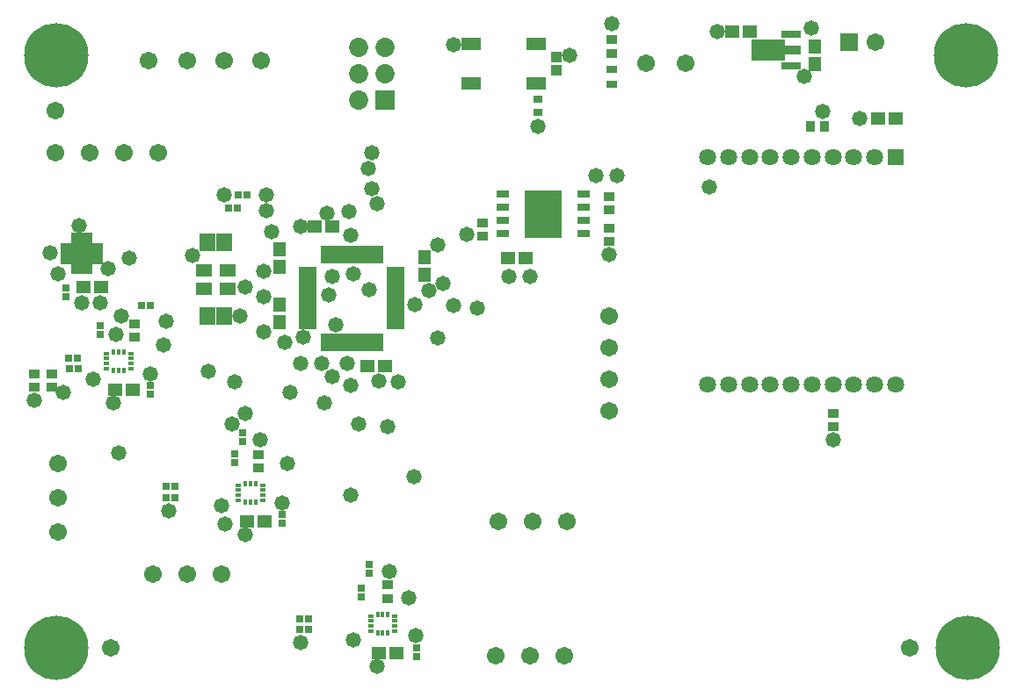
<source format=gts>
G04*
G04 #@! TF.GenerationSoftware,Altium Limited,Altium Designer,22.10.1 (41)*
G04*
G04 Layer_Color=8388736*
%FSLAX25Y25*%
%MOIN*%
G70*
G04*
G04 #@! TF.SameCoordinates,49C2D000-8325-4097-923D-366AA4D3C581*
G04*
G04*
G04 #@! TF.FilePolarity,Negative*
G04*
G01*
G75*
%ADD17R,0.07611X0.03084*%
%ADD18R,0.06706X0.03792*%
%ADD19R,0.12729X0.08410*%
%ADD20R,0.03162X0.02965*%
%ADD21R,0.05721X0.05131*%
%ADD22R,0.02965X0.03162*%
%ADD23R,0.04147X0.03753*%
%ADD24R,0.02264X0.01378*%
%ADD25R,0.01378X0.02264*%
%ADD26R,0.05131X0.05721*%
%ADD27R,0.07493X0.04737*%
%ADD28R,0.03753X0.04147*%
%ADD29R,0.03950X0.03162*%
%ADD30R,0.14383X0.17926*%
%ADD31R,0.04540X0.02572*%
%ADD32R,0.06607X0.01981*%
%ADD33R,0.01981X0.06607*%
%ADD34R,0.07887X0.07887*%
%ADD35R,0.01981X0.03950*%
%ADD36R,0.03950X0.01981*%
%ADD37R,0.05918X0.06509*%
%ADD38R,0.05918X0.05131*%
%ADD39R,0.04343X0.04147*%
%ADD40R,0.03197X0.02985*%
%ADD41C,0.24422*%
%ADD42C,0.06706*%
%ADD43R,0.07296X0.07296*%
%ADD44C,0.07296*%
%ADD45R,0.06706X0.06706*%
%ADD46R,0.06434X0.06434*%
%ADD47C,0.06434*%
%ADD48C,0.05800*%
D17*
X396000Y476189D02*
D03*
Y488000D02*
D03*
D18*
X396453Y482094D02*
D03*
D19*
X387535D02*
D03*
D20*
X182653Y422000D02*
D03*
X186000D02*
D03*
X186327Y427000D02*
D03*
X189673D02*
D03*
X153000Y385000D02*
D03*
X149654D02*
D03*
X122000Y365000D02*
D03*
X125347D02*
D03*
X122327Y361000D02*
D03*
X125673D02*
D03*
X209653Y266000D02*
D03*
X213000D02*
D03*
X209653Y262000D02*
D03*
X213000D02*
D03*
X159027Y316500D02*
D03*
X162373D02*
D03*
X159000Y312000D02*
D03*
X162346D02*
D03*
D21*
X380346Y489000D02*
D03*
X373654D02*
D03*
X134347Y392000D02*
D03*
X127654D02*
D03*
X295346Y403000D02*
D03*
X288654D02*
D03*
X189654Y303000D02*
D03*
X196346D02*
D03*
X429000Y456000D02*
D03*
X435693D02*
D03*
X215327Y414988D02*
D03*
X222020D02*
D03*
X242000Y362000D02*
D03*
X235307D02*
D03*
X239654Y253000D02*
D03*
X246347D02*
D03*
X139654Y353000D02*
D03*
X146347D02*
D03*
D22*
X185000Y325327D02*
D03*
Y328673D02*
D03*
X236000Y286673D02*
D03*
Y283327D02*
D03*
X134000Y374000D02*
D03*
Y377346D02*
D03*
X254000Y251654D02*
D03*
Y255000D02*
D03*
X233000Y277673D02*
D03*
Y274327D02*
D03*
X153000Y354673D02*
D03*
Y351327D02*
D03*
X121000Y391673D02*
D03*
Y388327D02*
D03*
X203000Y305673D02*
D03*
Y302327D02*
D03*
X188000Y333327D02*
D03*
Y336673D02*
D03*
D23*
X109000Y354000D02*
D03*
Y359118D02*
D03*
X115787Y354063D02*
D03*
Y359181D02*
D03*
X412000Y339000D02*
D03*
Y344118D02*
D03*
X328000Y480882D02*
D03*
Y486000D02*
D03*
X327000Y426559D02*
D03*
Y421441D02*
D03*
X194000Y323441D02*
D03*
Y328559D02*
D03*
X279000Y416559D02*
D03*
Y411441D02*
D03*
X243000Y273882D02*
D03*
Y279000D02*
D03*
X327000Y409441D02*
D03*
Y414559D02*
D03*
X147000Y378118D02*
D03*
Y373000D02*
D03*
D24*
X236603Y267307D02*
D03*
Y265338D02*
D03*
Y263370D02*
D03*
Y261401D02*
D03*
X245757D02*
D03*
Y263370D02*
D03*
Y265338D02*
D03*
Y267307D02*
D03*
X145577Y366953D02*
D03*
Y364984D02*
D03*
Y363016D02*
D03*
Y361047D02*
D03*
X136423D02*
D03*
Y363016D02*
D03*
Y364984D02*
D03*
Y366953D02*
D03*
X195577Y316953D02*
D03*
Y314984D02*
D03*
Y313016D02*
D03*
Y311047D02*
D03*
X186423D02*
D03*
Y313016D02*
D03*
Y314984D02*
D03*
Y316953D02*
D03*
D25*
X239212Y260761D02*
D03*
X241180D02*
D03*
X243148D02*
D03*
Y267946D02*
D03*
X241180D02*
D03*
X239212D02*
D03*
X139032Y367593D02*
D03*
X141000D02*
D03*
X142969D02*
D03*
Y360408D02*
D03*
X141000D02*
D03*
X139032D02*
D03*
X189032Y317593D02*
D03*
X191000D02*
D03*
X192969D02*
D03*
Y310408D02*
D03*
X191000D02*
D03*
X189032D02*
D03*
D26*
X257000Y396654D02*
D03*
Y403346D02*
D03*
X202000Y385346D02*
D03*
Y378654D02*
D03*
X405000Y476654D02*
D03*
Y483347D02*
D03*
X202000Y406347D02*
D03*
Y399654D02*
D03*
D27*
X274598Y469520D02*
D03*
X299402D02*
D03*
X274598Y484480D02*
D03*
X299402D02*
D03*
D28*
X408559Y453000D02*
D03*
X403441D02*
D03*
D29*
X328000Y474854D02*
D03*
Y469146D02*
D03*
D30*
X302000Y419827D02*
D03*
D31*
X286646Y412327D02*
D03*
Y417327D02*
D03*
Y422327D02*
D03*
Y427327D02*
D03*
X317354D02*
D03*
Y422327D02*
D03*
Y417327D02*
D03*
Y412327D02*
D03*
D32*
X212815Y398654D02*
D03*
Y396685D02*
D03*
Y394717D02*
D03*
Y392748D02*
D03*
Y390780D02*
D03*
Y388811D02*
D03*
Y386843D02*
D03*
Y384874D02*
D03*
Y382906D02*
D03*
Y380937D02*
D03*
Y378969D02*
D03*
Y377000D02*
D03*
X246185D02*
D03*
Y378969D02*
D03*
Y380937D02*
D03*
Y382906D02*
D03*
Y384874D02*
D03*
Y386843D02*
D03*
Y388811D02*
D03*
Y390780D02*
D03*
Y392748D02*
D03*
Y394717D02*
D03*
Y396685D02*
D03*
Y398654D02*
D03*
D33*
X218673Y371142D02*
D03*
X220642D02*
D03*
X222610D02*
D03*
X224579D02*
D03*
X226547D02*
D03*
X228516D02*
D03*
X230484D02*
D03*
X232453D02*
D03*
X234421D02*
D03*
X236390D02*
D03*
X238358D02*
D03*
X240327D02*
D03*
Y404512D02*
D03*
X238358D02*
D03*
X236390D02*
D03*
X234421D02*
D03*
X232453D02*
D03*
X230484D02*
D03*
X228516D02*
D03*
X226547D02*
D03*
X224579D02*
D03*
X222610D02*
D03*
X220642D02*
D03*
X218673D02*
D03*
D34*
X127047Y404906D02*
D03*
D35*
X130000Y399000D02*
D03*
X128031D02*
D03*
X126063D02*
D03*
X124094D02*
D03*
Y410811D02*
D03*
X126063D02*
D03*
X128031D02*
D03*
X130000D02*
D03*
D36*
X121142Y401953D02*
D03*
Y403921D02*
D03*
Y405890D02*
D03*
Y407858D02*
D03*
X132953D02*
D03*
Y405890D02*
D03*
Y403921D02*
D03*
Y401953D02*
D03*
D37*
X181150Y409000D02*
D03*
X174850D02*
D03*
X181150Y381000D02*
D03*
X174850D02*
D03*
D38*
X182528Y391457D02*
D03*
X173472D02*
D03*
Y398543D02*
D03*
X182528D02*
D03*
D39*
X307000Y479559D02*
D03*
Y474441D02*
D03*
D40*
X300000Y463468D02*
D03*
Y458532D02*
D03*
D41*
X462500Y480000D02*
D03*
X117500Y255000D02*
D03*
Y480000D02*
D03*
X463000Y255000D02*
D03*
D42*
X117000Y459000D02*
D03*
X138000Y255000D02*
D03*
X441000D02*
D03*
X152500Y478000D02*
D03*
X428000Y485000D02*
D03*
X297000Y252000D02*
D03*
X310000D02*
D03*
X130000Y443000D02*
D03*
X156000D02*
D03*
X284000Y252000D02*
D03*
X327000Y357000D02*
D03*
X143000Y443000D02*
D03*
X327000Y369000D02*
D03*
X180000Y283000D02*
D03*
X327000Y345000D02*
D03*
X195000Y478000D02*
D03*
X181000D02*
D03*
X167000D02*
D03*
X154000Y283000D02*
D03*
X341000Y477000D02*
D03*
X167000Y283000D02*
D03*
X118000Y312000D02*
D03*
X298000Y303000D02*
D03*
X285000D02*
D03*
X311000D02*
D03*
X356000Y477000D02*
D03*
X117000Y443000D02*
D03*
X327000Y381000D02*
D03*
X118000Y299000D02*
D03*
Y325000D02*
D03*
D43*
X242000Y463000D02*
D03*
D44*
X232000D02*
D03*
X242000Y473000D02*
D03*
Y483000D02*
D03*
X232000Y473000D02*
D03*
Y483000D02*
D03*
D45*
X418000Y485000D02*
D03*
D46*
X435598Y441598D02*
D03*
D47*
X427697D02*
D03*
X419799D02*
D03*
X411898D02*
D03*
X404000D02*
D03*
X396098D02*
D03*
X388197D02*
D03*
X380299D02*
D03*
X372398D02*
D03*
X364500D02*
D03*
Y355000D02*
D03*
X372398D02*
D03*
X380299D02*
D03*
X388197D02*
D03*
X396098D02*
D03*
X404000D02*
D03*
X411898D02*
D03*
X419799D02*
D03*
X427697D02*
D03*
X435598D02*
D03*
D48*
X136905Y399307D02*
D03*
X220000Y420000D02*
D03*
X181000Y427000D02*
D03*
X237091Y429611D02*
D03*
X238913Y423780D02*
D03*
X228497Y420764D02*
D03*
X237000Y443000D02*
D03*
X235862Y437313D02*
D03*
X229160Y411983D02*
D03*
X210000Y415000D02*
D03*
X197000Y421000D02*
D03*
Y427000D02*
D03*
X403576Y490522D02*
D03*
X368000Y489000D02*
D03*
X401000Y472000D02*
D03*
X109000Y349000D02*
D03*
X120000Y352000D02*
D03*
X300000Y453000D02*
D03*
X251000Y274000D02*
D03*
X142000Y381000D02*
D03*
X330000Y434600D02*
D03*
X322000D02*
D03*
X127000Y386000D02*
D03*
X189000Y392000D02*
D03*
X181493Y302000D02*
D03*
X141000Y329000D02*
D03*
X115000Y405000D02*
D03*
X145000Y403000D02*
D03*
X327012Y404616D02*
D03*
X243000Y339000D02*
D03*
X205000Y325000D02*
D03*
X229000Y313000D02*
D03*
X175000Y360000D02*
D03*
X239767Y356565D02*
D03*
X229123Y354926D02*
D03*
X221906Y358015D02*
D03*
X185000Y356000D02*
D03*
X219000Y348000D02*
D03*
X210000Y363000D02*
D03*
X204000Y371000D02*
D03*
X184000Y340000D02*
D03*
X206000Y352000D02*
D03*
X189000Y344000D02*
D03*
X230000Y258000D02*
D03*
X253000Y320000D02*
D03*
X218136Y363000D02*
D03*
X247000Y356000D02*
D03*
X126063Y415351D02*
D03*
X222000Y396000D02*
D03*
X223261Y377724D02*
D03*
X220789Y389000D02*
D03*
X196005Y388384D02*
D03*
X253353Y385640D02*
D03*
X263951Y393503D02*
D03*
X258851Y390804D02*
D03*
X180000Y309000D02*
D03*
X277000Y384000D02*
D03*
X262195Y372752D02*
D03*
X236000Y391000D02*
D03*
X158000Y370000D02*
D03*
X153000Y359000D02*
D03*
X159000Y379000D02*
D03*
X131255Y357289D02*
D03*
X211000Y373000D02*
D03*
X194770Y334000D02*
D03*
X227807Y363000D02*
D03*
X232000Y340000D02*
D03*
X268000Y385000D02*
D03*
X297000Y396000D02*
D03*
X289000D02*
D03*
X239000Y248000D02*
D03*
X139000Y348000D02*
D03*
X189000Y298000D02*
D03*
X140123Y374000D02*
D03*
X134000Y386000D02*
D03*
X243770Y284000D02*
D03*
X210000Y257000D02*
D03*
X253599Y259827D02*
D03*
X160000Y307000D02*
D03*
X203000Y310000D02*
D03*
X118000Y397000D02*
D03*
X230000D02*
D03*
X365000Y430000D02*
D03*
X262000Y408000D02*
D03*
X169000Y404000D02*
D03*
X187000Y381000D02*
D03*
X196000Y398000D02*
D03*
Y375000D02*
D03*
X199000Y413000D02*
D03*
X408096Y458740D02*
D03*
X412000Y334000D02*
D03*
X422000Y456000D02*
D03*
X273000Y412000D02*
D03*
X268000Y484000D02*
D03*
X312000Y480000D02*
D03*
X328000Y492000D02*
D03*
M02*

</source>
